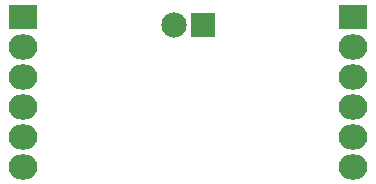
<source format=gbs>
G04 #@! TF.FileFunction,Soldermask,Bot*
%FSLAX45Y45*%
G04 Gerber Fmt 4.5, Leading zero omitted, Abs format (unit mm)*
G04 Created by KiCad (PCBNEW 4.0.4-stable) date Sat Oct 29 12:27:33 2016*
%MOMM*%
%LPD*%
G01*
G04 APERTURE LIST*
%ADD10C,0.100000*%
%ADD11R,2.150000X2.150000*%
%ADD12C,2.150000*%
%ADD13R,2.432000X2.127200*%
%ADD14O,2.432000X2.127200*%
G04 APERTURE END LIST*
D10*
D11*
X9842500Y-9207500D03*
D12*
X9592500Y-9207500D03*
D13*
X8318500Y-9144000D03*
D14*
X8318500Y-9398000D03*
X8318500Y-9652000D03*
X8318500Y-9906000D03*
X8318500Y-10160000D03*
X8318500Y-10414000D03*
D13*
X11112500Y-9144000D03*
D14*
X11112500Y-9398000D03*
X11112500Y-9652000D03*
X11112500Y-9906000D03*
X11112500Y-10160000D03*
X11112500Y-10414000D03*
M02*

</source>
